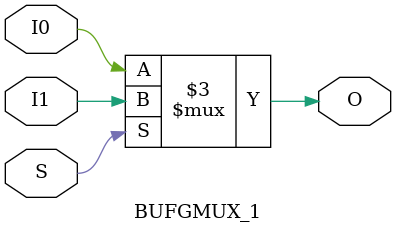
<source format=v>

`timescale  1 ps / 1 ps

`celldefine

module BUFGMUX_1 (O, I0, I1, S);

    parameter CLK_SEL_TYPE = "SYNC";
    output O;

    input  I0, I1, S;

    reg    O;
    
        always @(I0 or I1 or S) begin

            if (S)
                O <= I1;

            else
                O <= I0;

        end

endmodule

`endcelldefine

</source>
